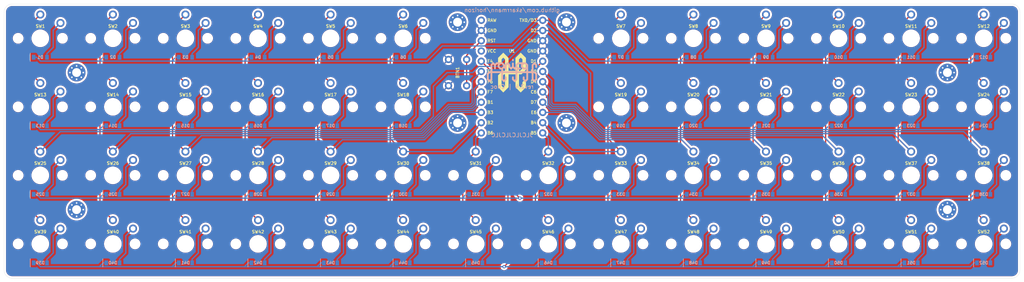
<source format=kicad_pcb>
(kicad_pcb (version 20221018) (generator pcbnew)
  (title_block (title "Horizon Choc") (date "2023-11-09") (rev "2.4") (company "skarrmann"))
  (layers (0 "F.Cu" signal) (31 "B.Cu" signal) (34 "B.Paste" user) (35 "F.Paste" user) (36 "B.SilkS" user "B.Silkscreen") (37 "F.SilkS" user "F.Silkscreen") (38 "B.Mask" user) (39 "F.Mask" user) (44 "Edge.Cuts" user))
  (net 0 "")
  (net 1 "Net-(D1-Pad2)")
  (net 2 "Net-(D2-Pad2)")
  (net 3 "Net-(D3-Pad2)")
  (net 4 "Net-(D4-Pad2)")
  (net 5 "Net-(D5-Pad2)")
  (net 6 "Net-(D6-Pad2)")
  (net 7 "Net-(D7-Pad2)")
  (net 8 "Net-(D8-Pad2)")
  (net 9 "Net-(D9-Pad2)")
  (net 10 "Net-(D10-Pad2)")
  (net 11 "Net-(D11-Pad2)")
  (net 12 "Net-(D12-Pad2)")
  (net 13 "Net-(D13-Pad2)")
  (net 14 "Net-(D14-Pad2)")
  (net 15 "Net-(D15-Pad2)")
  (net 16 "Net-(D16-Pad2)")
  (net 17 "Net-(D17-Pad2)")
  (net 18 "Net-(D18-Pad2)")
  (net 19 "Net-(D19-Pad2)")
  (net 20 "Net-(D20-Pad2)")
  (net 21 "Net-(D21-Pad2)")
  (net 22 "Net-(D22-Pad2)")
  (net 23 "Net-(D23-Pad2)")
  (net 24 "Net-(D24-Pad2)")
  (net 25 "Net-(D25-Pad2)")
  (net 26 "Net-(D26-Pad2)")
  (net 27 "Net-(D27-Pad2)")
  (net 28 "Net-(D28-Pad2)")
  (net 29 "Net-(D29-Pad2)")
  (net 30 "Net-(D30-Pad2)")
  (net 31 "Net-(D31-Pad2)")
  (net 32 "Net-(D32-Pad2)")
  (net 33 "Net-(D33-Pad2)")
  (net 34 "Net-(D34-Pad2)")
  (net 35 "Net-(D35-Pad2)")
  (net 36 "Net-(D36-Pad2)")
  (net 37 "Net-(D37-Pad2)")
  (net 38 "Net-(D38-Pad2)")
  (net 39 "Net-(D39-Pad2)")
  (net 40 "Net-(D40-Pad2)")
  (net 41 "Net-(D41-Pad2)")
  (net 42 "Net-(D42-Pad2)")
  (net 43 "GND")
  (net 44 "COL1")
  (net 45 "COL2")
  (net 46 "COL3")
  (net 47 "COL4")
  (net 48 "COL5")
  (net 49 "COL6")
  (net 50 "ROW1")
  (net 51 "ROW2")
  (net 52 "ROW3")
  (net 53 "ROW4")
  (net 54 "Net-(H1-Pad1)")
  (net 55 "Net-(H2-Pad1)")
  (net 56 "Net-(H3-Pad1)")
  (net 57 "Net-(H4-Pad1)")
  (net 58 "Net-(D43-Pad2)")
  (net 59 "Net-(D44-Pad2)")
  (net 60 "Net-(D45-Pad2)")
  (net 61 "Net-(D46-Pad2)")
  (net 62 "Net-(D47-Pad2)")
  (net 63 "Net-(D48-Pad2)")
  (net 64 "Net-(D49-Pad2)")
  (net 65 "Net-(D50-Pad2)")
  (net 66 "COL9")
  (net 67 "COL10")
  (net 68 "COL11")
  (net 69 "COL12")
  (net 70 "COL13")
  (net 71 "COL14")
  (net 72 "COL7")
  (net 73 "COL8")
  (net 74 "Net-(H5-Pad1)")
  (net 75 "Net-(H6-Pad1)")
  (net 76 "Net-(H7-Pad1)")
  (net 77 "Net-(H8-Pad1)")
  (net 78 "RESET")
  (net 79 "Net-(D51-Pad2)")
  (net 80 "Net-(D52-Pad2)")
  (footprint "horizon-footprints:SW_Choc" (layer "F.Cu") (at 31 79.5)
    (fp_text reference "SW1")
    (fp_text value "SW_Push")
  )
  (footprint "horizon-footprints:SW_Choc" (layer "F.Cu") (at 31 96.5)
    (fp_text reference "SW13")
    (fp_text value "SW_Push")
  )
  (footprint "horizon-footprints:SW_Choc" (layer "F.Cu") (at 31 113.5)
    (fp_text reference "SW25")
    (fp_text value "SW_Push")
  )
  (footprint "horizon-footprints:SW_Choc" (layer "F.Cu") (at 31 130.5)
    (fp_text reference "SW39")
    (fp_text value "SW_Push")
  )
  (footprint "horizon-footprints:SW_Push_6mm" (layer "F.Cu") (at 134.5 88 -90)
    (fp_text reference "BTN1")
    (fp_text value "RESET")
  )
  (footprint "horizon-footprints:Mount_M2" (layer "F.Cu") (at 256 122)
    (fp_text reference "H4" hide)
    (fp_text value "Hole_Pad" hide)
  )
  (footprint "horizon-footprints:Mount_M2" (layer "F.Cu") (at 256 88)
    (fp_text reference "H2" hide)
    (fp_text value "Hole_Pad" hide)
  )
  (footprint "horizon-footprints:Mount_M2" (layer "F.Cu") (at 40 88)
    (fp_text reference "H1" hide)
    (fp_text value "Hole_Pad" hide)
  )
  (footprint "horizon-footprints:Mount_M2" (layer "F.Cu") (at 40 122)
    (fp_text reference "H3" hide)
    (fp_text value "Hole_Pad" hide)
  )
  (footprint "horizon-footprints:Pro-Micro" (layer "F.Cu") (at 148 71)
    (fp_text reference "U1")
    (fp_text value "PRO-MICRO" hide)
  )
  (footprint "horizon-footprints:SW_Choc" (layer "F.Cu") (at 49 79.5)
    (fp_text reference "SW2")
    (fp_text value "SW_Push")
  )
  (footprint "horizon-footprints:SW_Choc" (layer "F.Cu") (at 67 79.5)
    (fp_text reference "SW3")
    (fp_text value "SW_Push")
  )
  (footprint "horizon-footprints:SW_Choc" (layer "F.Cu") (at 85 79.5)
    (fp_text reference "SW4")
    (fp_text value "SW_Push")
  )
  (footprint "horizon-footprints:SW_Choc" (layer "F.Cu") (at 103 79.5)
    (fp_text reference "SW5")
    (fp_text value "SW_Push")
  )
  (footprint "horizon-footprints:SW_Choc" (layer "F.Cu") (at 121 79.5)
    (fp_text reference "SW6")
    (fp_text value "SW_Push")
  )
  (footprint "horizon-footprints:SW_Choc" (layer "F.Cu") (at 175 79.5)
    (fp_text reference "SW7")
    (fp_text value "SW_Push")
  )
  (footprint "horizon-footprints:SW_Choc" (layer "F.Cu") (at 193 79.5)
    (fp_text reference "SW8")
    (fp_text value "SW_Push")
  )
  (footprint "horizon-footprints:SW_Choc" (layer "F.Cu") (at 211 79.5)
    (fp_text reference "SW9")
    (fp_text value "SW_Push")
  )
  (footprint "horizon-footprints:SW_Choc" (layer "F.Cu") (at 229 79.5)
    (fp_text reference "SW10")
    (fp_text value "SW_Push")
  )
  (footprint "horizon-footprints:SW_Choc" (layer "F.Cu") (at 247 79.5)
    (fp_text reference "SW11")
    (fp_text value "SW_Push")
  )
  (footprint "horizon-footprints:SW_Choc" (layer "F.Cu") (at 265 79.5)
    (fp_text reference "SW12")
    (fp_text value "SW_Push")
  )
  (footprint "horizon-footprints:SW_Choc" (layer "F.Cu") (at 49 96.5)
    (fp_text reference "SW14")
    (fp_text value "SW_Push")
  )
  (footprint "horizon-footprints:SW_Choc" (layer "F.Cu") (at 67 96.5)
    (fp_text reference "SW15")
    (fp_text value "SW_Push")
  )
  (footprint "horizon-footprints:SW_Choc" (layer "F.Cu") (at 85 96.5)
    (fp_text reference "SW16")
    (fp_text value "SW_Push")
  )
  (footprint "horizon-footprints:SW_Choc" (layer "F.Cu") (at 103 96.5)
    (fp_text reference "SW17")
    (fp_text value "SW_Push")
  )
  (footprint "horizon-footprints:SW_Choc" (layer "F.Cu") (at 121 96.5)
    (fp_text reference "SW18")
    (fp_text value "SW_Push")
  )
  (footprint "horizon-footprints:SW_Choc" (layer "F.Cu") (at 175 96.5)
    (fp_text reference "SW19")
    (fp_text value "SW_Push")
  )
  (footprint "horizon-footprints:SW_Choc" (layer "F.Cu") (at 193 96.5)
    (fp_text reference "SW20")
    (fp_text value "SW_Push")
  )
  (footprint "horizon-footprints:SW_Choc" (layer "F.Cu") (at 211 96.5)
    (fp_text reference "SW21")
    (fp_text value "SW_Push")
  )
  (footprint "horizon-footprints:SW_Choc" (layer "F.Cu") (at 229 96.5)
    (fp_text reference "SW22")
    (fp_text value "SW_Push")
  )
  (footprint "horizon-footprints:SW_Choc" (layer "F.Cu") (at 247 96.5)
    (fp_text reference "SW23")
    (fp_text value "SW_Push")
  )
  (footprint "horizon-footprints:SW_Choc" (layer "F.Cu") (at 265 96.5)
    (fp_text reference "SW24")
    (fp_text value "SW_Push")
  )
  (footprint "horizon-footprints:SW_Choc" (layer "F.Cu") (at 49 113.5)
    (fp_text reference "SW26")
    (fp_text value "SW_Push")
  )
  (footprint "horizon-footprints:SW_Choc" (layer "F.Cu") (at 67 113.5)
    (fp_text reference "SW27")
    (fp_text value "SW_Push")
  )
  (footprint "horizon-footprints:SW_Choc" (layer "F.Cu") (at 85 113.5)
    (fp_text reference "SW28")
    (fp_text value "SW_Push")
  )
  (footprint "horizon-footprints:SW_Choc" (layer "F.Cu") (at 103 113.5)
    (fp_text reference "SW29")
    (fp_text value "SW_Push")
  )
  (footprint "horizon-footprints:SW_Choc" (layer "F.Cu") (at 121 113.5)
    (fp_text reference "SW30")
    (fp_text value "SW_Push")
  )
  (footprint "horizon-footprints:SW_Choc" (layer "F.Cu") (at 175 113.5)
    (fp_text reference "SW33")
    (fp_text value "SW_Push")
  )
  (footprint "horizon-footprints:SW_Choc" (layer "F.Cu") (at 193 113.5)
    (fp_text reference "SW34")
    (fp_text value "SW_Push")
  )
  (footprint "horizon-footprints:SW_Choc" (layer "F.Cu") (at 211 113.5)
    (fp_text reference "SW35")
    (fp_text value "SW_Push")
  )
  (footprint "horizon-footprints:SW_Choc" (layer "F.Cu") (at 229 113.5)
    (fp_text reference "SW36")
    (fp_text value "SW_Push")
  )
  (footprint "horizon-footprints:SW_Choc" (layer "F.Cu") (at 247 113.5)
    (fp_text reference "SW37")
    (fp_text value "SW_Push")
  )
  (footprint "horizon-footprints:SW_Choc" (layer "F.Cu") (at 265 113.5)
    (fp_text reference "SW38")
    (fp_text value "SW_Push")
  )
  (footprint "horizon-footprints:SW_Choc" (layer "F.Cu") (at 49 130.5)
    (fp_text reference "SW40")
    (fp_text value "SW_Push")
  )
  (footprint "horizon-footprints:SW_Choc" (layer "F.Cu") (at 67 130.5)
    (fp_text reference "SW41")
    (fp_text value "SW_Push")
  )
  (footprint "horizon-footprints:SW_Choc" (layer "F.Cu") (at 85 130.5)
    (fp_text reference "SW42")
    (fp_text value "SW_Push")
  )
  (footprint "horizon-footprints:SW_Choc" (layer "F.Cu") (at 103 130.5)
    (fp_text reference "SW43")
    (fp_text value "SW_Push")
  )
  (footprint "horizon-footprints:SW_Choc" (layer "F.Cu") (at 121 130.5)
    (fp_text reference "SW44")
    (fp_text value "SW_Push")
  )
  (footprint "horizon-footprints:SW_Choc" (layer "F.Cu") (at 139 130.5)
    (fp_text reference "SW45")
    (fp_text value "SW_Push")
  )
  (footprint "horizon-footprints:SW_Choc" (layer "F.Cu") (at 157 130.5)
    (fp_text reference "SW46")
    (fp_text value "SW_Push")
  )
  (footprint "horizon-footprints:SW_Choc" (layer "F.Cu") (at 175 130.5)
    (fp_text reference "SW47")
    (fp_text value "SW_Push")
  )
  (footprint "horizon-footprints:SW_Choc" (layer "F.Cu") (at 193 130.5)
    (fp_text reference "SW48")
    (fp_text value "SW_Push")
  )
  (footprint "horizon-footprints:SW_Choc" (layer "F.Cu") (at 211 130.5)
    (fp_text reference "SW49")
    (fp_text value "SW_Push")
  )
  (footprint "horizon-footprints:SW_Choc" (layer "F.Cu") (at 229 130.5)
    (fp_text reference "SW50")
    (fp_text value "SW_Push")
  )
  (footprint "horizon-footprints:SW_Choc" (layer "F.Cu") (at 247 130.5)
    (fp_text reference "SW51")
    (fp_text value "SW_Push")
  )
  (footprint "horizon-footprints:SW_Choc" (layer "F.Cu") (at 265 130.5)
    (fp_text reference "SW52")
    (fp_text value "SW_Push")
  )
  (footprint "horizon-footprints:SW_Choc" (layer "F.Cu") (at 139 113.5)
    (fp_text reference "SW31")
    (fp_text value "SW_Push")
  )
  (footprint "horizon-footprints:SW_Choc" (layer "F.Cu") (at 157 113.5)
    (fp_text reference "SW32")
    (fp_text value "SW_Push")
  )
  (footprint "horizon-footprints:Mount_M2" (layer "F.Cu") (at 134.5 75.5)
    (fp_text reference "H5" hide)
    (fp_text value "Hole_Pad" hide)
  )
  (footprint "horizon-footprints:Mount_M2" (layer "F.Cu") (at 161.5 75.5)
    (fp_text reference "H6" hide)
    (fp_text value "Hole_Pad" hide)
  )
  (footprint "horizon-footprints:Mount_M2" (layer "F.Cu") (at 134.5 100.5)
    (fp_text reference "H7" hide)
    (fp_text value "Hole_Pad" hide)
  )
  (footprint "horizon-footprints:Mount_M2" (layer "F.Cu") (at 161.5 100.5)
    (fp_text reference "H8" hide)
    (fp_text value "Hole_Pad" hide)
  )
  (footprint "horizon-footprints:Logo_Horizon_H" (layer "F.Cu") (at 148 88)
    (fp_text reference "LOGO2" hide)
    (fp_text value "Logo-Top" hide)
  )
  (footprint "horizon-footprints:Logo_Horizon_Small" (layer "B.Cu") (at 148 87.5 180)
    (fp_text reference "LOGO1" hide)
    (fp_text value "Logo-Bottom" hide)
  )
  (footprint "horizon-footprints:D_SOD-123" (layer "B.Cu") (at 31 118.2)
    (fp_text reference "D25")
    (fp_text value "D" hide)
  )
  (footprint "horizon-footprints:D_SOD-123" (layer "B.Cu") (at 31 135.2)
    (fp_text reference "D39")
    (fp_text value "D" hide)
  )
  (footprint "horizon-footprints:D_SOD-123" (layer "B.Cu") (at 31 101.2)
    (fp_text reference "D13")
    (fp_text value "D" hide)
  )
  (footprint "horizon-footprints:D_SOD-123" (layer "B.Cu") (at 31 84.2)
    (fp_text reference "D1")
    (fp_text value "D" hide)
  )
  (footprint "horizon-footprints:D_SOD-123" (layer "B.Cu") (at 49 84.2)
    (fp_text reference "D2")
    (fp_text value "D" hide)
  )
  (footprint "horizon-footprints:D_SOD-123" (layer "B.Cu") (at 67 84.2)
    (fp_text reference "D3")
    (fp_text value "D" hide)
  )
  (footprint "horizon-footprints:D_SOD-123" (layer "B.Cu") (at 85 84.2)
    (fp_text reference "D4")
    (fp_text value "D" hide)
  )
  (footprint "horizon-footprints:D_SOD-123" (layer "B.Cu") (at 103 84.2)
    (fp_text reference "D5")
    (fp_text value "D" hide)
  )
  (footprint "horizon-footprints:D_SOD-123" (layer "B.Cu") (at 121 84.2)
    (fp_text reference "D6")
    (fp_text value "D" hide)
  )
  (footprint "horizon-footprints:D_SOD-123" (layer "B.Cu") (at 175 84.2)
    (fp_text reference "D7")
    (fp_text value "D" hide)
  )
  (footprint "horizon-footprints:D_SOD-123" (layer "B.Cu") (at 193 84.2)
    (fp_text reference "D8")
    (fp_text value "D" hide)
  )
  (footprint "horizon-footprints:D_SOD-123" (layer "B.Cu") (at 211 84.2)
    (fp_text reference "D9")
    (fp_text value "D" hide)
  )
  (footprint "horizon-footprints:D_SOD-123" (layer "B.Cu") (at 229 84.2)
    (fp_text reference "D10")
    (fp_text value "D" hide)
  )
  (footprint "horizon-footprints:D_SOD-123" (layer "B.Cu") (at 247 84.2)
    (fp_text reference "D11")
    (fp_text value "D" hide)
  )
  (footprint "horizon-footprints:D_SOD-123" (layer "B.Cu") (at 265 84.2)
    (fp_text reference "D12")
    (fp_text value "D" hide)
  )
  (footprint "horizon-footprints:D_SOD-123" (layer "B.Cu") (at 49 101.2)
    (fp_text reference "D14")
    (fp_text value "D" hide)
  )
  (footprint "horizon-footprints:D_SOD-123" (layer "B.Cu") (at 67 101.2)
    (fp_text reference "D15")
    (fp_text value "D" hide)
  )
  (footprint "horizon-footprints:D_SOD-123" (layer "B.Cu") (at 85 101.2)
    (fp_text reference "D16")
    (fp_text value "D" hide)
  )
  (footprint "horizon-footprints:D_SOD-123" (layer "B.Cu") (at 103 101.2)
    (fp_text reference "D17")
    (fp_text value "D" hide)
  )
  (footprint "horizon-footprints:D_SOD-123" (layer "B.Cu") (at 121 101.2)
    (fp_text reference "D18")
    (fp_text value "D" hide)
  )
  (footprint "horizon-footprints:D_SOD-123" (layer "B.Cu") (at 175 101.2)
    (fp_text reference "D19")
    (fp_text value "D" hide)
  )
  (footprint "horizon-footprints:D_SOD-123" (layer "B.Cu") (at 193 101.2)
    (fp_text reference "D20")
    (fp_text value "D" hide)
  )
  (footprint "horizon-footprints:D_SOD-123" (layer "B.Cu") (at 211 101.2)
    (fp_text reference "D21")
    (fp_text value "D" hide)
  )
  (footprint "horizon-footprints:D_SOD-123" (layer "B.Cu") (at 229 101.2)
    (fp_text reference "D22")
    (fp_text value "D" hide)
  )
  (footprint "horizon-footprints:D_SOD-123" (layer "B.Cu") (at 247 101.2)
    (fp_text reference "D23")
    (fp_text value "D" hide)
  )
  (footprint "horizon-footprints:D_SOD-123" (layer "B.Cu") (at 265 101.2)
    (fp_text reference "D24")
    (fp_text value "D" hide)
  )
  (footprint "horizon-footprints:D_SOD-123" (layer "B.Cu") (at 49 118.2)
    (fp_text reference "D26")
    (fp_text value "D" hide)
  )
  (footprint "horizon-footprints:D_SOD-123" (layer "B.Cu") (at 67 118.2)
    (fp_text reference "D27")
    (fp_text value "D" hide)
  )
  (footprint "horizon-footprints:D_SOD-123" (layer "B.Cu") (at 85 118.2)
    (fp_text reference "D28")
    (fp_text value "D" hide)
  )
  (footprint "horizon-footprints:D_SOD-123" (layer "B.Cu") (at 103 118.2)
    (fp_text reference "D29")
    (fp_text value "D" hide)
  )
  (footprint "horizon-footprints:D_SOD-123" (layer "B.Cu") (at 121 118.2)
    (fp_text reference "D30")
    (fp_text value "D" hide)
  )
  (footprint "horizon-footprints:D_SOD-123" (layer "B.Cu") (at 175 118.2)
    (fp_text reference "D33")
    (fp_text value "D" hide)
  )
  (footprint "horizon-footprints:D_SOD-123" (layer "B.Cu") (at 193 118.2)
    (fp_text reference "D34")
    (fp_text value "D" hide)
  )
  (footprint "horizon-footprints:D_SOD-123" (layer "B.Cu") (at 211 118.2)
    (fp_text reference "D35")
    (fp_text value "D" hide)
  )
  (footprint "horizon-footprints:D_SOD-123" (layer "B.Cu") (at 229 118.2)
    (fp_text reference "D36")
    (fp_text value "D" hide)
  )
  (footprint "horizon-footprints:D_SOD-123" (layer "B.Cu") (at 247 118.2)
    (fp_text reference "D37")
    (fp_text value "D" hide)
  )
  (footprint "horizon-footprints:D_SOD-123" (layer "B.Cu") (at 265 118.2)
    (fp_text reference "D38")
    (fp_text value "D" hide)
  )
  (footprint "horizon-footprints:D_SOD-123" (layer "B.Cu") (at 49 135.2)
    (fp_text reference "D40")
    (fp_text value "D" hide)
  )
  (footprint "horizon-footprints:D_SOD-123" (layer "B.Cu") (at 67 135.2)
    (fp_text reference "D41")
    (fp_text value "D" hide)
  )
  (footprint "horizon-footprints:D_SOD-123" (layer "B.Cu") (at 85 135.2)
    (fp_text reference "D42")
    (fp_text value "D" hide)
  )
  (footprint "horizon-footprints:D_SOD-123" (layer "B.Cu") (at 103 135.2)
    (fp_text reference "D43")
    (fp_text value "D" hide)
  )
  (footprint "horizon-footprints:D_SOD-123" (layer "B.Cu") (at 121 135.2)
    (fp_text reference "D44")
    (fp_text value "D" hide)
  )
  (footprint "horizon-footprints:D_SOD-123" (layer "B.Cu") (at 139 135.2)
    (fp_text reference "D45")
    (fp_text value "D" hide)
  )
  (footprint "horizon-footprints:D_SOD-123" (layer "B.Cu") (at 157 135.2)
    (fp_text reference "D46")
    (fp_text value "D" hide)
  )
  (footprint "horizon-footprints:D_SOD-123" (layer "B.Cu") (at 175 135.2)
    (fp_text reference "D47")
    (fp_text value "D" hide)
  )
  (footprint "horizon-footprints:D_SOD-123" (layer "B.Cu") (at 193 135.2)
    (fp_text reference "D48")
    (fp_text value "D" hide)
  )
  (footprint "horizon-footprints:D_SOD-123" (layer "B.Cu") (at 211 135.2)
    (fp_text reference "D49")
    (fp_text value "D" hide)
  )
  (footprint "horizon-footprints:D_SOD-123" (layer "B.Cu") (at 229 135.2)
    (fp_text reference "D50")
    (fp_text value "D" hide)
  )
  (footprint "horizon-footprints:D_SOD-123" (layer "B.Cu") (at 247 135.2)
    (fp_text reference "D51")
    (fp_text value "D" hide)
  )
  (footprint "horizon-footprints:D_SOD-123" (layer "B.Cu") (at 265 135.2)
    (fp_text reference "D52")
    (fp_text value "D" hide)
  )
  (footprint "horizon-footprints:D_SOD-123" (layer "B.Cu") (at 139 118.2)
    (fp_text reference "D31")
    (fp_text value "D" hide)
  )
  (footprint "horizon-footprints:D_SOD-123" (layer "B.Cu") (at 157 118.2)
    (fp_text reference "D32")
    (fp_text value "D" hide)
  )
  (gr_line (start 22 137) (end 22 73) (stroke (width 0.05)) (layer "Edge.Cuts"))
  (gr_line (start 24 139) (end 272 139) (stroke (width 0.05)) (layer "Edge.Cuts"))
  (gr_arc (start 274 137) (mid 273.414214 138.414214) (end 272 139) (stroke (width 0.05)) (layer "Edge.Cuts"))
  (gr_arc (start 22 73) (mid 22.585786 71.585786) (end 24 71) (stroke (width 0.05)) (layer "Edge.Cuts"))
  (gr_line (start 24 71) (end 272 71) (stroke (width 0.05)) (layer "Edge.Cuts"))
  (gr_line (start 274 73) (end 274 137) (stroke (width 0.05)) (layer "Edge.Cuts"))
  (gr_arc (start 24 139) (mid 22.585786 138.414214) (end 22 137) (stroke (width 0.05)) (layer "Edge.Cuts"))
  (gr_arc (start 272 71) (mid 273.414214 71.585786) (end 274 73) (stroke (width 0.05)) (layer "Edge.Cuts"))
  (gr_text "JLCJLCJLCJLC" (at 148 103.5) (layer "B.SilkS") (effects (font (size 1 1)) (justify mirror)))
  (gr_text "rev2.4 | Choc" (at 148 91.5) (layer "B.SilkS") (effects (font (size 1 1)) (justify mirror)))
  (gr_text "github.com/skarrmann/horizon" (at 148 72.5) (layer "B.SilkS") (effects (font (size 1 1)) (justify mirror)))
  (segment (start 36 75.7) (end 34.2 77.5) (width 0.3) (layer "B.Cu") (net 1))
  (segment (start 34.2 77.5) (end 34.2 81.75) (width 0.3) (layer "B.Cu") (net 1))
  (segment (start 34.2 81.75) (end 32.65 83.3) (width 0.3) (layer "B.Cu") (net 1))
  (segment (start 32.65 83.3) (end 32.65 84.2) (width 0.3) (layer "B.Cu") (net 1))
  (segment (start 54 75.7) (end 52.2 77.5) (width 0.3) (layer "B.Cu") (net 2))
  (segment (start 52.2 77.5) (end 52.2 81.75) (width 0.3) (layer "B.Cu") (net 2))
  (segment (start 52.2 81.75) (end 50.65 83.3) (width 0.3) (layer "B.Cu") (net 2))
  (segment (start 50.65 83.3) (end 50.65 84.2) (width 0.3) (layer "B.Cu") (net 2))
  (segment (start 72 75.7) (end 70.2 77.5) (width 0.3) (layer "B.Cu") (net 3))
  (segment (start 70.2 81.75) (end 68.65 83.3) (width 0.3) (layer "B.Cu") (net 3))
  (segment (start 70.2 77.5) (end 70.2 81.75) (width 0.3) (layer "B.Cu") (net 3))
  (segment (start 68.65 83.3) (end 68.65 84.2) (width 0.3) (layer "B.Cu") (net 3))
  (segment (start 88.2 81.75) (end 86.65 83.3) (width 0.3) (layer "B.Cu") (net 4))
  (segment (start 86.65 83.3) (end 86.65 84.2) (width 0.3) (layer "B.Cu") (net 4))
  (segment (start 88.2 77.5) (end 88.2 81.75) (width 0.3) (layer "B.Cu") (net 4))
  (segment (start 90 75.7) (end 88.2 77.5) (width 0.3) (layer "B.Cu") (net 4))
  (segment (start 106.2 77.5) (end 106.2 81.75) (width 0.3) (layer "B.Cu") (net 5))
  (segment (start 108 75.7) (end 106.2 77.5) (width 0.3) (layer "B.Cu") (net 5))
  (segment (start 106.2 81.75) (end 104.65 83.3) (width 0.3) (layer "B.Cu") (net 5))
  (segment (start 104.65 83.3) (end 104.65 84.2) (width 0.3) (layer "B.Cu") (net 5))
  (segment (start 126 75.7) (end 124.2 77.5) (width 0.3) (layer "B.Cu") (net 6))
  (segment (start 124.2 81.75) (end 122.65 83.3) (width 0.3) (layer "B.Cu") (net 6))
  (segment (start 124.2 77.5) (end 124.2 81.75) (width 0.3) (layer "B.Cu") (net 6))
  (segment (start 122.65 83.3) (end 122.65 84.2) (width 0.3) (layer "B.Cu") (net 6))
  (segment (start 180 75.7) (end 178.2 77.5) (width 0.3) (layer "B.Cu") (net 7))
  (segment (start 178.2 81.75) (end 176.65 83.3) (width 0.3) (layer "B.Cu") (net 7))
  (segment (start 176.65 83.3) (end 176.65 84.2) (width 0.3) (layer "B.Cu") (net 7))
  (segment (start 178.2 77.5) (end 178.2 81.75) (width 0.3) (layer "B.Cu") (net 7))
  (segment (start 194.65 83.3) (end 194.65 84.2) (width 0.3) (layer "B.Cu") (net 8))
  (segment (start 198 75.7) (end 196.2 77.5) (width 0.3) (layer "B.Cu") (net 8))
  (segment (start 196.2 77.5) (end 196.2 81.75) (width 0.3) (layer "B.Cu") (net 8))
  (segment (start 196.2 81.75) (end 194.65 83.3) (width 0.3) (layer "B.Cu") (net 8))
  (segment (start 214.2 77.5) (end 214.2 81.75) (width 0.3) (layer "B.Cu") (net 9))
  (segment (start 212.65 83.3) (end 212.65 84.2) (width 0.3) (layer "B.Cu") (net 9))
  (segment (start 216 75.7) (end 214.2 77.5) (width 0.3) (layer "B.Cu") (net 9))
  (segment (start 214.2 81.75) (end 212.65 83.3) (width 0.3) (layer "B.Cu") (net 9))
  (segment (start 234 75.7) (end 232.2 77.5) (width 0.3) (layer "B.Cu") (net 10))
  (segment (start 232.2 81.75) (end 230.65 83.3) (width 0.3) (layer "B.Cu") (net 10))
  (segment (start 232.2 77.5) (end 232.2 81.75) (width 0.3) (layer "B.Cu") (net 10))
  (segment (start 230.65 83.3) (end 230.65 84.2) (width 0.3) (layer "B.Cu") (net 10))
  (segment (start 250.2 77.5) (end 250.2 81.75) (width 0.3) (layer "B.Cu") (net 11))
  (segment (start 252 75.7) (end 250.2 77.5) (width 0.3) (layer "B.Cu") (net 11))
  (segment (start 250.2 81.75) (end 248.65 83.3) (width 0.3) (layer "B.Cu") (net 11))
  (segment (start 248.65 83.3) (end 248.65 84.2) (width 0.3) (layer "B.Cu") (net 11))
  (segment (start 266.65 83.3) (end 266.65 84.2) (width 0.3) (layer "B.Cu") (net 12))
  (segment (start 268.2 77.5) (end 268.2 81.75) (width 0.3) (layer "B.Cu") (net 12))
  (segment (start 270 75.7) (end 268.2 77.5) (width 0.3) (layer "B.Cu") (net 12))
  (segment (start 268.2 81.75) (end 266.65 83.3) (width 0.3) (layer "B.Cu") (net 12))
  (segment (start 34.2 94.5) (end 34.2 98.75) (width 0.3) (layer "B.Cu") (net 13))
  (segment (start 34.2 98.75) (end 32.65 100.3) (width 0.3) (layer "B.Cu") (net 13))
  (segment (start 36 92.7) (end 34.2 94.5) (width 0.3) (layer "B.Cu") (net 13))
  (segment (start 32.65 100.3) (end 32.65 101.2) (width 0.3) (layer "B.Cu") (net 13))
  (segment (start 50.65 100.3) (end 50.65 101.2) (width 0.3) (layer "B.Cu") (net 14))
  (segment (start 54 92.7) (end 52.2 94.5) (width 0.3) (layer "B.Cu") (net 14))
  (segment (start 52.2 98.75) (end 50.65 100.3) (width 0.3) (layer "B.Cu") (net 14))
  (segment (start 52.2 94.5) (end 52.2 98.75) (width 0.3) (layer "B.Cu") (net 14))
  (segment (start 70.2 98.75) (end 68.65 100.3) (width 0.3) (layer "B.Cu") (net 15))
  (segment (start 70.2 94.5) (end 70.2 98.75) (width 0.3) (layer "B.Cu") (net 15))
  (segment (start 68.65 100.3) (end 68.65 101.2) (width 0.3) (layer "B.Cu") (net 15))
  (segment (start 72 92.7) (end 70.2 94.5) (width 0.3) (layer "B.Cu") (net 15))
  (segment (start 88.2 94.5) (end 88.2 98.75) (width 0.3) (layer "B.Cu") (net 16))
  (segment (start 86.65 100.3) (end 86.65 101.2) (width 0.3) (layer "B.Cu") (net 16))
  (segment (start 90 92.7) (end 88.2 94.5) (width 0.3) (layer "B.Cu") (net 16))
  (segment (start 88.2 98.75) (end 86.65 100.3) (width 0.3) (layer "B.Cu") (net 16))
  (segment (start 106.2 98.75) (end 104.65 100.3) (width 0.3) (layer "B.Cu") (net 17))
  (segment (start 106.2 94.5) (end 106.2 98.75) (width 0.3) (layer "B.Cu") (net 17))
  (segment (start 104.65 100.3) (end 104.65 101.2) (width 0.3) (layer "B.Cu") (net 17))
  (segment (start 108 92.7) (end 106.2 94.5) (width 0.3) (layer "B.Cu") (net 17))
  (segment (start 126 92.7) (end 124.2 94.5) (width 0.3) (layer "B.Cu") (net 18))
  (segment (start 122.65 100.3) (end 122.65 101.2) (width 0.3) (layer "B.Cu") (net 18))
  (segment (start 124.2 98.75) (end 122.65 100.3) (width 0.3) (layer "B.Cu") (net 18))
  (segment (start 124.2 94.5) (end 124.2 98.75) (width 0.3) (layer "B.Cu") (net 18))
  (segment (start 178.2 98.75) (end 176.65 100.3) (width 0.3) (layer "B.Cu") (net 19))
  (segment (start 178.2 94.5) (end 178.2 98.75) (width 0.3) (layer "B.Cu") (net 19))
  (segment (start 176.65 100.3) (end 176.65 101.2) (width 0.3) (layer "B.Cu") (net 19))
  (segment (start 180 92.7) (end 178.2 94.5) (width 0.3) (layer "B.Cu") (net 19))
  (segment (start 198 92.7) (end 196.2 94.5) (width 0.3) (layer "B.Cu") (net 20))
  (segment (start 194.65 100.3) (end 194.65 101.2) (width 0.3) (layer "B.Cu") (net 20))
  (segment (start 196.2 94.5) (end 196.2 98.75) (width 0.3) (layer "B.Cu") (net 20))
  (segment (start 196.2 98.75) (end 194.65 100.3) (width 0.3) (layer "B.Cu") (net 20))
  (segment (start 214.2 98.75) (end 212.65 100.3) (width 0.3) (layer "B.Cu") (net 21))
  (segment (start 214.2 94.5) (end 214.2 98.75) (width 0.3) (layer "B.Cu") (net 21))
  (segment (start 212.65 100.3) (end 212.65 101.2) (width 0.3) (layer "B.Cu") (net 21))
  (segment (start 216 92.7) (end 214.2 94.5) (width 0.3) (layer "B.Cu") (net 21))
  (segment (start 232.2 94.5) (end 232.2 98.75) (width 0.3) (layer "B.Cu") (net 22))
  (segment (start 234 92.7) (end 232.2 94.5) (width 0.3) (layer "B.Cu") (net 22))
  (segment (start 230.65 100.3) (end 230.65 101.2) (width 0.3) (layer "B.Cu") (net 22))
  (segment (start 232.2 98.75) (end 230.65 100.3) (width 0.3) (layer "B.Cu") (net 22))
  (segment (start 248.65 100.3) (end 248.65 101.2) (width 0.3) (layer "B.Cu") (net 23))
  (segment (start 250.2 98.75) (end 248.65 100.3) (width 0.3) (layer "B.Cu") (net 23))
  (segment (start 252 92.7) (end 250.2 94.5) (width 0.3) (layer "B.Cu") (net 23))
  (segment (start 250.2 94.5) (end 250.2 98.75) (width 0.3) (layer "B.Cu") (net 23))
  (segment (start 266.65 100.3) (end 266.65 101.2) (width 0.3) (layer "B.Cu") (net 24))
  (segment (start 268.2 94.5) (end 268.2 98.75) (width 0.3) (layer "B.Cu") (net 24))
  (segment (start 270 92.7) (end 268.2 94.5) (width 0.3) (layer "B.Cu") (net 24))
  (segment (start 268.2 98.75) (end 266.65 100.3) (width 0.3) (layer "B.Cu") (net 24))
  (segment (start 36 109.7) (end 34.2 111.5) (width 0.3) (layer "B.Cu") (net 25))
  (segment (start 32.65 117.3) (end 32.65 118.2) (width 0.3) (layer "B.Cu") (net 25))
  (segment (start 34.2 115.75) (end 32.65 117.3) (width 0.3) (layer "B.Cu") (net 25))
  (segment (start 34.2 111.5) (end 34.2 115.75) (width 0.3) (layer "B.Cu") (net 25))
  (segment (start 52.2 115.75) (end 50.65 117.3) (width 0.3) (layer "B.Cu") (net 26))
  (segment (start 54 109.7) (end 52.2 111.5) (width 0.3) (layer "B.Cu") (net 26))
  (segment (start 52.2 111.5) (end 52.2 115.75) (width 0.3) (layer "B.Cu") (net 26))
  (segment (start 50.65 117.3) (end 50.65 118.2) (width 0.3) (layer "B.Cu") (net 26))
  (segment (start 70.2 115.75) (end 68.65 117.3) (width 0.3) (layer "B.Cu") (net 27))
  (segment (start 72 109.7) (end 70.2 111.5) (width 0.3) (layer "B.Cu") (net 27))
  (segment (start 68.65 117.3) (end 68.65 118.2) (width 0.3) (layer "B.Cu") (net 27))
  (segment (start 70.2 111.5) (end 70.2 115.75) (width 0.3) (layer "B.Cu") (net 27))
  (segment (start 86.65 117.3) (end 86.65 118.2) (width 0.3) (layer "B.Cu") (net 28))
  (segment (start 88.2 111.5) (end 88.2 115.75) (width 0.3) (layer "B.Cu") (net 28))
  (segment (start 88.2 115.75) (end 86.65 117.3) (width 0.3) (layer "B.Cu") (net 28))
  (segment (start 90 109.7) (end 88.2 111.5) (width 0.3) (layer "B.Cu") (net 28))
  (segment (start 108 109.7) (end 106.2 111.5) (width 0.3) (layer "B.Cu") (net 29))
  (segment (start 104.65 117.3) (end 104.65 118.2) (width 0.3) (layer "B.Cu") (net 29))
  (segment (start 106.2 115.75) (end 104.65 117.3) (width 0.3) (layer "B.Cu") (net 29))
  (segment (start 106.2 111.5) (end 106.2 115.75) (width 0.3) (layer "B.Cu") (net 29))
  (segment (start 122.65 117.3) (end 122.65 118.2) (width 0.3) (layer "B.Cu") (net 30))
  (segment (start 126 109.7) (end 124.2 111.5) (width 0.3) (layer "B.Cu") (net 30))
  (segment (start 124.2 111.5) (end 124.2 115.75) (width 0.3) (layer "B.Cu") (net 30))
  (segment (start 124.2 115.75) (end 122.65 117.3) (width 0.3) (layer "B.Cu") (net 30))
  (segment (start 142.2 115.75) (end 140.65 117.3) (width 0.3) (layer "B.Cu") (net 31))
  (segment (start 144 109.7) (end 142.2 111.5) (width 0.3) (layer "B.Cu") (net 31))
  (segment (start 140.65 117.3) (end 140.65 118.2) (width 0.3) (layer "B.Cu") (net 31))
  (segment (start 142.2 111.5) (end 142.2 115.75) (width 0.3) (layer "B.Cu") (net 31))
  (segment (start 160.2 111.5) (end 160.2 115.75) (width 0.3) (layer "B.Cu") (net 32))
  (segment (start 160.2 115.75) (end 158.65 117.3) (width 0.3) (layer "B.Cu") (net 32))
  (segment (start 158.65 117.3) (end 158.65 118.2) (width 0.3) (layer "B.Cu") (net 32))
  (segment (start 162 109.7) (end 160.2 111.5) (width 0.3) (layer "B.Cu") (net 32))
  (segment (start 178.2 115.75) (end 176.65 117.3) (width 0.3) (layer "B.Cu") (net 33))
  (segment (start 180 109.7) (end 178.2 111.5) (width 0.3) (layer "B.Cu") (net 33))
  (segment (start 176.65 117.3) (end 176.65 118.2) (width 0.3) (layer "B.Cu") (net 33))
  (segment (start 178.2 111.5) (end 178.2 115.75) (width 0.3) (layer "B.Cu") (net 33))
  (segment (start 196.2 115.75) (end 194.65 117.3) (width 0.3) (layer "B.Cu") (net 34))
  (segment (start 198 109.7) (end 196.2 111.5) (width 0.3) (layer "B.Cu") (net 34))
  (segment (start 194.65 117.3) (end 194.65 118.2) (width 0.3) (layer "B.Cu") (net 34))
  (segment (start 196.2 111.5) (end 196.2 115.75) (width 0.3) (layer "B.Cu") (net 34))
  (segment (start 212.65 117.3) (end 212.65 118.2) (width 0.3) (layer "B.Cu") (net 35))
  (segment (start 214.2 111.5) (end 214.2 115.75) (width 0.3) (layer "B.Cu") (net 35))
  (segment (start 216 109.7) (end 214.2 111.5) (width 0.3) (layer "B.Cu") (net 35))
  (segment (start 214.2 115.75) (end 212.65 117.3) (width 0.3) (layer "B.Cu") (net 35))
  (segment (start 230.65 117.3) (end 230.65 118.2) (width 0.3) (layer "B.Cu") (net 36))
  (segment (start 232.2 111.5) (end 232.2 115.75) (width 0.3) (layer "B.Cu") (net 36))
  (segment (start 234 109.7) (end 232.2 111.5) (width 0.3) (layer "B.Cu") (net 36))
  (segment (start 232.2 115.75) (end 230.65 117.3) (width 0.3) (layer "B.Cu") (net 36))
  (segment (start 248.65 117.3) (end 248.65 118.2) (width 0.3) (layer "B.Cu") (net 37))
  (segment (start 250.2 115.75) (end 248.65 117.3) (width 0.3) (layer "B.Cu") (net 37))
  (segment (start 252 109.7) (end 250.2 111.5) (width 0.3) (layer "B.Cu") (net 37))
  (segment (start 250.2 111.5) (end 250.2 115.75) (width 0.3) (layer "B.Cu") (net 37))
  (segment (start 268.2 115.75) (end 266.65 117.3) (width 0.3) (layer "B.Cu") (net 38))
  (segment (start 270 109.7) (end 268.2 111.5) (width 0.3) (layer "B.Cu") (net 38))
  (segment (start 266.65 117.3) (end 266.65 118.2) (width 0.3) (layer "B.Cu") (net 38))
  (segment (start 268.2 111.5) (end 268.2 115.75) (width 0.3) (layer "B.Cu") (net 38))
  (segment (start 34.2 132.75) (end 32.65 134.3) (width 0.3) (layer "B.Cu") (net 39))
  (segment (start 34.2 128.5) (end 34.2 132.75) (width 0.3) (layer "B.Cu") (net 39))
  (segment (start 32.65 134.3) (end 32.65 135.2) (width 0.3) (layer "B.Cu") (net 39))
  (segment (start 36 126.7) (end 34.2 128.5) (width 0.3) (layer "B.Cu") (net 39))
  (segment (start 54 126.7) (end 52.2 128.5) (width 0.3) (layer "B.Cu") (net 40))
  (segment (start 50.65 134.3) (end 50.65 135.2) (width 0.3) (layer "B.Cu") (net 40))
  (segment (start 52.2 132.75) (end 50.65 134.3) (width 0.3) (layer "B.Cu") (net 40))
  (segment (start 52.2 128.5) (end 52.2 132.75) (width 0.3) (layer "B.Cu") (net 40))
  (segment (start 72 126.7) (end 70.2 128.5) (width 0.3) (layer "B.Cu") (net 41))
  (segment (start 70.2 128.5) (end 70.2 132.75) (width 0.3) (layer "B.Cu") (net 41))
  (segment (start 68.65 134.3) (end 68.65 135.2) (width 0.3) (layer "B.Cu") (net 41))
  (segment (start 70.2 132.75) (end 68.65 134.3) (width 0.3) (layer "B.Cu") (net 41))
  (segment (start 88.2 132.75) (end 86.65 134.3) (width 0.3) (layer "B.Cu") (net 42))
  (segment (start 90 126.7) (end 88.2 128.5) (width 0.3) (layer "B.Cu") (net 42))
  (segment (start 88.2 128.5) (end 88.2 132.75) (width 0.3) (layer "B.Cu") (net 42))
  (segment (start 86.65 134.3) (end 86.65 135.2) (width 0.3) (layer "B.Cu") (net 42))
  (via (at 148 82.5) (size 0.8) (drill 0.4) (layers "F.Cu" "B.Cu") (net 43))
  (segment (start 27.8 76.8) (end 27.8 87.4) (width 0.3) (layer "F.Cu") (net 44))
  (segment (start 27.8 104.4) (end 31 107.6) (width 0.3) (layer "F.Cu") (net 44))
  (segment (start 27.8 104.4) (end 27.8 121.4) (width 0.3) (layer "F.Cu") (net 44))
  (segment (start 31 73.6) (end 27.8 76.8) (width 0.3) (layer "F.Cu") (net 44))
  (segment (start 27.8 87.4) (end 31 90.6) (width 0.3) (layer "F.Cu") (net 44))
  (segment (start 27.8 87.4) (end 27.8 104.4) (width 0.3) (layer "F.Cu") (net 44))
  (segment (start 27.8 121.4) (end 31 124.6) (width 0.3) (layer "F.Cu") (net 44))
  (segment (start 139.480001 88.629999) (end 140.38 87.73) (width 0.3) (layer "B.Cu") (net 44))
  (segment (start 138.129979 89.980021) (end 139.480001 88.629999) (width 0.3) (layer "B.Cu") (net 44))
  (segment (start 137.71868 95.88996) (end 138.129979 95.478661) (width 0.3) (layer "B.Cu") (net 44))
  (segment (start 132.22004 95.88996) (end 137.71868 95.88996) (width 0.3) (layer "B.Cu") (net 44))
  (segment (start 125.459989 102.650011) (end 132.22004 95.88996) (width 0.3) (layer "B.Cu") (net 44))
  (segment (start 35.949989 102.650011) (end 125.459989 102.650011) (width 0.3) (layer "B.Cu") (net 44))
  (segment (start 31 107.6) (end 35.949989 102.650011) (width 0.3) (layer "B.Cu") (net 44))
  (segment (start 138.129979 95.478661) (end 138.129979 89.980021) (width 0.3) (layer "B.Cu") (net 44))
  (segment (start 45.8 87.4) (end 45.8 104.4) (width 0.3) (layer "F.Cu") (net 45))
  (segment (start 45.8 87.4) (end 49 90.6) (width 0.3) (layer "F.Cu") (net 45))
  (segment (start 49 73.6) (end 45.8 76.8) (width 0.3) (layer "F.Cu") (net 45))
  (segment (start 45.8 104.4) (end 45.8 121.4) (width 0.3) (layer "F.Cu") (net 45))
  (segment (start 45.8 104.4) (end 49 107.6) (width 0.3) (layer "F.Cu") (net 45))
  (segment (start 45.8 121.4) (end 49 124.6) (width 0.3) (layer "F.Cu") (net 45))
  (segment (start 45.8 76.8) (end 45.8 87.4) (width 0.3) (layer "F.Cu") (net 45))
  (segment (start 49 107.6) (end 53.449979 103.150021) (width 0.3) (layer "B.Cu") (net 45))
  (segment (start 138.629989 95.685771) (end 138.629989 92.020011) (width 0.3) (layer "B.Cu") (net 45))
  (segment (start 139.480001 91.169999) (end 140.38 90.27) (width 0.3) (layer "B.Cu") (net 45))
  (segment (start 132.42715 96.38997) (end 137.92579 96.38997) (width 0.3) (layer "B.Cu") (net 45))
  (segment (start 53.449979 103.150021) (end 125.667099 103.150021) (width 0.3) (layer "B.Cu") (net 45))
  (segment (start 138.629989 92.020011) (end 139.480001 91.169999) (width 0.3) (layer "B.Cu") (net 45))
  (segment (start 137.92579 96.38997) (end 138.629989 95.685771) (width 0.3) (layer "B.Cu") (net 45))
  (segment (start 125.667099 103.150021) (end 132.42715 96.38997) (width 0.3) (layer "B.Cu") (net 45))
  (segment (start 63.8 76.8) (end 63.8 87.4) (width 0.3) (layer "F.Cu") (net 46))
  (segment (start 63.8 87.4) (end 67 90.6) (width 0.3) (layer "F.Cu") (net 46))
  (segment (start 63.8 121.4) (end 67 124.6) (width 0.3) (layer "F.Cu") (net 46))
  (segment (start 67 73.6) (end 63.8 76.8) (width 0.3) (layer "F.Cu") (net 46))
  (segment (start 63.8 104.4) (end 67 107.6) (width 0.3) (layer "F.Cu") (net 46))
  (segment (start 63.8 104.4) (end 63.8 121.4) (width 0.3) (layer "F.Cu") (net 46))
  (segment (start 63.8 87.4) (end 63.8 104.4) (width 0.3) (layer "F.Cu") (net 46))
  (segment (start 139.480001 93.709999) (end 140.38 92.81) (width 0.3) (layer "B.Cu") (net 46))
  (segment (start 67 107.6) (end 70.949969 103.650031) (width 0.3) (layer "B.Cu") (net 46))
  (segment (start 139.129999 95.892881) (end 139.129999 94.060001) (width 0.3) (layer "B.Cu") (net 46))
  (segment (start 139.129999 94.060001) (end 139.480001 93.709999) (width 0.3) (layer "B.Cu") (net 46))
  (segment (start 70.949969 103.650031) (end 125.874209 103.650031) (width 0.3) (layer "B.Cu") (net 46))
  (segment (start 138.1329 96.88998) (end 139.129999 95.892881) (width 0.3) (layer "B.Cu") (net 46))
  (segment (start 132.63426 96.88998) (end 138.1329 96.88998) (width 0.3) (layer "B.Cu") (net 46))
  (segment (start 125.874209 103.650031) (end 132.63426 96.88998) (width 0.3) (layer "B.Cu") (net 46))
  (segment (start 81.8 121.4) (end 85 124.6) (width 0.3) (layer "F.Cu") (net 47))
  (segment (start 81.8 104.4) (end 81.8 121.4) (width 0.3) (layer "F.Cu") (net 47))
  (segment (start 81.8 104.4) (end 85 107.6) (width 0.3) (layer "F.Cu") (net 47))
  (segment (start 85 73.6) (end 81.8 76.8) (width 0.3) (layer "F.Cu") (net 47))
  (segment (start 81.8 87.4) (end 85 90.6) (width 0.3) (layer "F.Cu") (net 47))
  (segment (start 81.8 87.4) (end 81.8 104.4) (width 0.3) (layer "F.Cu") (net 47))
  (segment (start 81.8 76.8) (end 81.8 87.4) (width 0.3) (layer "F.Cu") (net 47))
  (segment (start 88.449959 104.150041) (end 126.081319 104.150041) (width 0.3) (layer "B.Cu") (net 47))
  (segment (start 132.84137 97.38999) (end 138.34001 97.38999) (width 0.3) (layer "B.Cu") (net 47))
  (segment (start 85 107.6) (end 88.449959 104.150041) (width 0.3) (layer "B.Cu") (net 47))
  (segment (start 126.081319 104.150041) (end 132.84137 97.38999) (width 0.3) (layer "B.Cu") (net 47))
  (segment (start 138.34001 97.38999) (end 140.38 95.35) (width 0.3) (layer "B.Cu") (net 47))
  (segment (start 99.8 76.8) (end 99.8 87.4) (width 0.3) (layer "F.Cu") (net 48))
  (segment (start 99.8 121.4) (end 103 124.6) (width 0.3) (layer "F.Cu") (net 48))
  (segment (start 103 73.6) (end 99.8 76.8) (width 0.3) (layer "F.Cu") (net 48))
  (segment (start 99.8 87.4) (end 99.8 104.4) (width 0.3) (layer "F.Cu") (net 48))
  (segment (start 99.8 104.4) (end 103 107.6) (width 0.3) (layer "F.Cu") (net 48))
  (segment (start 99.8 87.4) (end 103 90.6) (width 0.3) (layer "F.Cu") (net 48))
  (segment (start 99.8 104.4) (end 99.8 121.4) (width 0.3) (layer "F.Cu") (net 48))
  (segment (start 126.288429 104.650051) (end 133.04848 97.89) (width 0.3) (layer "B.Cu") (net 48))
  (segment (start 105.949949 104.650051) (end 126.288429 104.650051) (width 0.3) (layer "B.Cu") (net 48))
  (segment (start 133.04848 97.89) (end 140.38 97.89) (width 0.3) (layer "B.Cu") (net 48))
  (segment (start 103 107.6) (end 105.949949 104.650051) (width 0.3) (layer "B.Cu") (net 48))
  (segment (start 121 73.6) (end 117.8 76.8) (width 0.3) (layer "F.Cu") (net 49))
  (segment (start 117.8 87.4) (end 117.8 104.4) (width 0.3) (layer "F.Cu") (net 49))
  (segment (start 117.8 104.4) (end 121 107.6) (width 0.3) (layer "F.Cu") (net 49))
  (segment (start 117.8 87.4) (end 121 90.6) (width 0.3) (layer "F.Cu") (net 49))
  (segment (start 117.8 76.8) (end 117.8 87.4) (width 0.3) (layer "F.Cu") (net 49))
  (segment (start 117.8 121.4) (end 121 124.6) (width 0.3) (layer "F.Cu") (net 49))
  (segment (start 117.8 104.4) (end 117.8 121.4) (width 0.3) (layer "F.Cu") (net 49))
  (segment (start 121 107.6) (end 133.21 107.6) (width 0.3) (layer "B.Cu") (net 49))
  (segment (start 133.21 107.6) (end 140.38 100.43) (width 0.3) (layer "B.Cu") (net 49))
  (segment (start 189.649999 85.150001) (end 190.6 84.2) (width 0.3) (layer "B.Cu") (net 50))
  (segment (start 225.649999 85.150001) (end 226.6 84.2) (width 0.3) (layer "B.Cu") (net 50))
  (segment (start 82.6 84.2) (end 83.35 84.2) (width 0.3) (layer "B.Cu") (net 50))
  (segment (start 172.6 84.2) (end 173.35 84.2) (width 0.3) (layer "B.Cu") (net 50))
  (segment (start 261.649999 85.150001) (end 262.6 84.2) (width 0.3) (layer "B.Cu") (net 50))
  (segment (start 64.6 84.2) (end 65.35 84.2) (width 0.3) (layer "B.Cu") (net 50))
  (segment (start 171.649999 85.150001) (end 261.649999 85.150001) (width 0.3) (layer "B.Cu") (net 50))
  (segment (start 118.6 84.2) (end 119.35 84.2) (width 0.3) (layer "B.Cu") (net 50))
  (segment (start 262.6 84.2) (end 263.35 84.2) (width 0.3) (layer "B.Cu") (net 50))
  (segment (start 190.6 84.2) (end 191.35 84.2) (width 0.3) (layer "B.Cu") (net 50))
  (segment (start 81.649999 85.150001) (end 82.6 84.2) (width 0.3) (layer "B.Cu") (net 50))
  (segment (start 100.6 84.2) (end 101.35 84.2) (width 0.3) (layer "B.Cu") (net 50))
  (segment (start 117.649999 85.150001) (end 118.6 84.2) (width 0.3) (layer "B.Cu") (net 50))
  (segment (start 46.6 84.2) (end 47.35 84.2) (width 0.3) (layer "B.Cu") (net 50))
  (segment (start 226.6 84.2) (end 227.35 84.2) (width 0.3) (layer "B.Cu") (net 50))
  (segment (start 208.6 84.2) (end 209.35 84.2) (width 0.3) (layer "B.Cu") (net 50))
  (segment (start 244.6 84.2) (end 245.35 84.2) (width 0.3) (layer "B.Cu") (net 50))
  (segment (start 45.649999 85.150001) (end 46.6 84.2) (width 0.3) (layer "B.Cu") (net 50))
  (segment (start 63.649999 85.150001) (end 64.6 84.2) (width 0.3) (layer "B.Cu") (net 50))
  (segment (start 171.649999 85.150001) (end 172.6 84.2) (width 0.3) (layer "B.Cu") (net 50))
  (segment (start 99.649999 85.150001) (end 100.6 84.2) (width 0.3) (layer "B.Cu") (net 50))
  (segment (start 171.649999 85.150001) (end 167.375999 85.150001) (width 0.3) (layer "B.Cu") (net 50))
  (segment (start 243.649999 85.150001) (end 244.6 84.2) (width 0.3) (layer "B.Cu") (net 50))
  (segment (start 207.649999 85.150001) (end 208.6 84.2) (width 0.3) (layer "B.Cu") (net 50))
  (segment (start 166.940001 85.150001) (end 167.375999 85.150001) (width 0.3) (layer "B.Cu") (net 50))
  (segment (start 156.82 75.03) (end 166.940001 85.150001) (width 0.3) (layer "B.Cu") (net 50))
  (segment (start 126.949999 85.150001) (end 130.700001 81.399999) (width 0.3) (layer "B.Cu") (net 50))
  (segment (start 30.1 84.2) (end 31.050001 85.150001) (width 0.3) (layer "B.Cu") (net 50))
  (segment (start 29.35 84.2) (end 30.1 84.2) (width 0.3) (layer "B.Cu") (net 50))
  (segment (start 31.050001 85.150001) (end 126.949999 85.150001) (width 0.3) (layer "B.Cu") (net 50))
  (segment (start 155.62 75.03) (end 156.82 75.03) (width 0.3) (layer "B.Cu") (net 50))
  (segment (start 154.42 75.03) (end 155.62 75.03) (width 0.3) (layer "B.Cu") (net 50))
  (segment (start 130.700001 81.399999) (end 148.050001 81.399999) (width 0.3) (layer "B.Cu") (net 50))
  (segment (start 148.050001 81.399999) (end 154.42 75.03) (width 0.3) (layer "B.Cu") (net 50))
  (segment (start 45.649999 102.150001) (end 46.6 101.2) (width 0.3) (layer "B.Cu") (net 51))
  (segment (start 208.6 101.2) (end 209.35 101.2) (width 0.3) (layer "B.Cu") (net 51))
  (segment (start 64.6 101.2) (end 65.35 101.2) (width 0.3) (layer "B.Cu") (net 51))
  (segment (start 117.649999 102.150001) (end 118.6 101.2) (width 0.3) (layer "B.Cu") (net 51))
  (segment (start 82.6 101.2) (end 83.35 101.2) (width 0.3) (layer "B.Cu") (net 51))
  (segment (start 46.6 101.2) (end 47.35 101.2) (width 0.3) (layer "B.Cu") (net 51))
  (segment (start 226.6 101.2) (end 227.35 101.2) (width 0.3) (layer "B.Cu") (net 51))
  (segment (start 189.649999 102.150001) (end 190.6 101.2) (width 0.3) (layer "B.Cu") (net 51))
  (segment (start 100.6 101.2) (end 101.35 101.2) (width 0.3) (layer "B.Cu") (net 51))
  (segment (start 81.649999 102.150001) (end 82.6 101.2) (width 0.3) (layer "B.Cu") (net 51))
  (segment (start 118.6 101.2) (end 119.35 101.2) (width 0.3) (layer "B.Cu") (net 51))
  (segment (start 63.649999 102.150001) (end 64.6 101.2) (width 0.3) (layer "B.Cu") (net 51))
  (segment (start 99.649999 102.150001) (end 100.6 101.2) (width 0.3) (layer "B.Cu") (net 51))
  (segment (start 172.6 101.2) (end 173.35 101.2) (width 0.3) (layer "B.Cu") (net 51))
  (segment (start 262.6 101.2) (end 263.35 101.2) (width 0.3) (layer "B.Cu") (net 51))
  (segment (start 190.6 101.2) (end 191.35 101.2) (width 0.3) (layer "B.Cu") (net 51))
  (segment (start 261.649999 102.150001) (end 262.6 101.2) (width 0.3) (layer "B.Cu") (net 51))
  (segment (start 225.649999 102.150001) (end 226.6 101.2) (width 0.3) (layer "B.Cu") (net 51))
  (segment (start 244.6 101.2) (end 245.35 101.2) (width 0.3) (layer "B.Cu") (net 51))
  (segment (start 243.649999 102.150001) (end 244.6 101.2) (width 0.3) (layer "B.Cu") (net 51))
  (segment (start 207.649999 102.150001) (end 208.6 101.2) (width 0.3) (layer "B.Cu") (net 51))
  (segment (start 171.649999 102.150001) (end 261.649999 102.150001) (width 0.3) (layer "B.Cu") (net 51))
  (segment (start 171.649999 102.150001) (end 172.6 101.2) (width 0.3) (layer "B.Cu") (net 51))
  (segment (start 138.259998 88) (end 139.779999 86.479999) (width 0.3) (layer "B.Cu") (net 51))
  (segment (start 131.9 88) (end 138.259998 88) (width 0.3) (layer "B.Cu") (net 51))
  (segment (start 156.892792 77.57) (end 155.62 77.57) (width 0.3) (layer "B.Cu") (net 51))
  (segment (start 154.347208 77.57) (end 155.62 77.57) (width 0.3) (layer "B.Cu") (net 51))
  (segment (start 167.49856 88.175768) (end 156.892792 77.57) (width 0.3) (layer "B.Cu") (net 51))
  (segment (start 167.49856 98.90144) (end 167.49856 88.175768) (width 0.3) (layer "B.Cu") (net 51))
  (segment (start 125.252879 102.150001) (end 128.50144 98.90144) (width 0.3) (layer "B.Cu") (net 51))
  (segment (start 128.50144 98.90144) (end 128.50144 91.39856) (width 0.3) (layer "B.Cu") (net 51))
  (segment (start 170.747121 102.150001) (end 167.49856 98.90144) (width 0.3) (layer "B.Cu") (net 51))
  (segment (start 171.649999 102.150001) (end 170.747121 102.150001) (width 0.3) (layer "B.Cu") (net 51))
  (segment (start 30.1 101.2) (end 31.050001 102.150001) (width 0.3) (layer "B.Cu") (net 51))
  (segment (start 31.050001 102.150001) (end 125.252879 102.150001) (width 0.3) (layer "B.Cu") (net 51))
  (segment (start 128.50144 91.39856) (end 131.9 88) (width 0.3) (layer "B.Cu") (net 51))
  (segment (start 139.779999 86.479999) (end 145.437209 86.479999) (width 0.3) (layer "B.Cu") (net 51))
  (segment (start 29.35 101.2) (end 30.1 101.2) (width 0.3) (layer "B.Cu") (net 51))
  (segment (start 145.437209 86.479999) (end 154.347208 77.57) (width 0.3) (layer "B.Cu") (net 51))
  (segment (start 155.62 85.19) (end 149 91.81) (width 0.3) (layer "F.Cu") (net 52))
  (segment (start 149 91.81) (end 149 118.200002) (width 0.3) (layer "F.Cu") (net 52))
  (segment (start 149 118.200002) (end 149.949999 119.150001) (width 0.3) (layer "F.Cu") (net 52))
  (via (at 149.949999 119.150001) (size 0.8) (drill 0.4) (layers "F.Cu" "B.Cu") (net 52))
  (segment (start 189.649999 119.150001) (end 190.6 118.2) (width 0.3) (layer "B.Cu") (net 52))
  (segment (start 135.649999 119.150001) (end 136.6 118.2) (width 0.3) (layer "B.Cu") (net 52))
  (segment (start 190.6 118.2) (end 191.35 118.2) (width 0.3) (layer "B.Cu") (net 52))
  (segment (start 225.649999 119.150001) (end 226.6 118.2) (width 0.3) (layer "B.Cu") (net 52))
  (segment (start 171.649999 119.150001) (end 172.6 118.2) (width 0.3) (layer "B.Cu") (net 52))
  (segment (start 117.649999 119.150001) (end 118.6 118.2) (width 0.3) (layer "B.Cu") (net 52))
  (segment (start 82.6 118.2) (end 83.35 118.2) (width 0.3) (layer "B.Cu") (net 52))
  (segment (start 63.649999 119.150001) (end 64.6 118.2) (width 0.3) (layer "B.Cu") (net 52))
  (segment (start 154.6 118.2) (end 155.35 118.2) (width 0.3) (layer "B.Cu") (net 52))
  (segment (start 136.6 118.2) (end 137.35 118.2) (width 0.3) (layer "B.Cu") (net 52))
  (segment (start 118.6 118.2) (end 119.35 118.2) (width 0.3) (layer "B.Cu") (net 52))
  (segment (start 172.6 118.2) (end 173.35 118.2) (width 0.3) (layer "B.Cu") (net 52))
  (segment (start 244.6 118.2) (end 245.35 118.2) (width 0.3) (layer "B.Cu") (net 52))
  (segment (start 243.649999 119.150001) (end 244.6 118.2) (width 0.3) (layer "B.Cu") (net 52))
  (segment (start 208.6 118.2) (end 209.35 118.2) (width 0.3) (layer "B.Cu") (net 52))
  (segment (start 45.649999 119.150001) (end 46.6 118.2) (width 0.3) (layer "B.Cu") (net 52))
  (segment (start 207.649999 119.150001) (end 208.6 118.2) (width 0.3) (layer "B.Cu") (net 52))
  (segment (start 153.649999 119.150001) (end 154.6 118.2) (width 0.3) (layer "B.Cu") (net 52))
  (segment (start 29.35 118.2) (end 30.1 118.2) (width 0.3) (layer "B.Cu") (net 52))
  (segment (start 99.649999 119.150001) (end 100.6 118.2) (width 0.3) (layer "B.Cu") (net 52))
  (segment (start 262.6 118.2) (end 263.35 118.2) (width 0.3) (layer "B.Cu") (net 52))
  (segment (start 100.6 118.2) (end 101.35 118.2) (width 0.3) (layer "B.Cu") (net 52))
  (segment (start 149.949999 119.150001) (end 261.649999 119.150001) (width 0.3) (layer "B.Cu") (net 52))
  (segment (start 261.649999 119.150001) (end 262.6 118.2) (width 0.3) (layer "B.Cu") (net 52))
  (segment (start 31.050001 119.150001) (end 148.050001 119.150001) (width 0.3) (layer "B.Cu") (net 52))
  (segment (start 30.1 118.2) (end 31.050001 119.150001) (width 0.3) (layer "B.Cu") (net 52))
  (segment (start 148.050001 119.150001) (end 149.949999 119.150001) (width 0.3) (layer "B.Cu") (net 52))
  (segment (start 46.6 118.2) (end 47.35 118.2) (width 0.3) (layer "B.Cu") (net 52))
  (segment (start 226.6 118.2) (end 227.35 118.2) (width 0.3) (layer "B.Cu") (net 52))
  (segment (start 81.649999 119.150001) (end 82.6 118.2) (width 0.3) (layer "B.Cu") (net 52))
  (segment (start 64.6 118.2) (end 65.35 118.2) (width 0.3) (layer "B.Cu") (net 52))
  (segment (start 147 91.81) (end 147 135.2) (width 0.3) (layer "F.Cu") (net 53))
  (segment (start 140.38 85.19) (end 147 91.81) (width 0.3) (layer "F.Cu") (net 53))
  (segment (start 147 135.2) (end 147 135.200002) (width 0.3) (layer "F.Cu") (net 53))
  (segment (start 147 135.200002) (end 146.050001 136.150001) (width 0.3) (layer "F.Cu") (net 53))
  (via (at 146.050001 136.150001) (size 0.8) (drill 0.4) (layers "F.Cu" "B.Cu") (net 53))
  (segment (start 46.6 135.2) (end 47.35 135.2) (width 0.3) (layer "B.Cu") (net 53))
  (segment (start 135.649999 136.150001) (end 136.6 135.2) (width 0.3) (layer "B.Cu") (net 53))
  (segment (start 172.6 135.2) (end 173.35 135.2) (width 0.3) (layer "B.Cu") (net 53))
  (segment (start 207.649999 136.150001) (end 208.6 135.2) (width 0.3) (layer "B.Cu") (net 53))
  (segment (start 136.6 135.2) (end 137.35 135.2) (width 0.3) (layer "B.Cu") (net 53))
  (segment (start 153.649999 136.150001) (end 154.6 135.2) (width 0.3) (layer "B.Cu") (net 53))
  (segment (start 262.6 135.2) (end 263.35 135.2) (width 0.3) (layer "B.Cu") (net 53))
  (segment (start 31.050001 136.150001) (end 146.050001 136.150001) (width 0.3) (layer "B.Cu") (net 53))
  (segment (start 226.6 135.2) (end 227.35 135.2) (width 0.3) (layer "B.Cu") (net 53))
  (segment (start 244.6 135.2) (end 245.35 135.2) (width 0.3) (layer "B.Cu") (net 53))
  (segment (start 30.1 135.2) (end 31.050001 136.150001) (width 0.3) (layer "B.Cu") (net 53))
  (segment (start 243.649999 136.150001) (end 244.6 135.2) (width 0.3) (layer "B.Cu") (net 53))
  (segment (start 146.050001 136.150001) (end 147.950001 136.150001) (width 0.3) (layer "B.Cu") (net 53))
  (segment (start 99.649999 136.150001) (end 100.6 135.2) (width 0.3) (layer "B.Cu") (net 53))
  (segment (start 118.6 135.2) (end 119.35 135.2) (width 0.3) (layer "B.Cu") (net 53))
  (segment (start 208.6 135.2) (end 209.35 135.2) (width 0.3) (layer "B.Cu") (net 53))
  (segment (start 63.649999 136.150001) (end 64.6 135.2) (width 0.3) (layer "B.Cu") (net 53))
  (segment (start 154.6 135.2) (end 155.35 135.2) (width 0.3) (layer "B.Cu") (net 53))
  (segment (start 81.649999 136.150001) (end 82.6 135.2) (width 0.3) (layer "B.Cu") (net 53))
  (segment (start 190.6 135.2) (end 191.35 135.2) (width 0.3) (layer "B.Cu") (net 53))
  (segment (start 225.649999 136.150001) (end 226.6 135.2) (width 0.3) (layer "B.Cu") (net 53))
  (segment (start 45.649999 136.150001) (end 46.6 135.2) (width 0.3) (layer "B.Cu") (net 53))
  (segment (start 29.35 135.2) (end 30.1 135.2) (width 0.3) (layer "B.Cu") (net 53))
  (segment (start 147.950001 136.150001) (end 261.649999 136.150001) (width 0.3) (layer "B.Cu") (net 53))
  (segment (start 171.649999 136.150001) (end 172.6 135.2) (width 0.3) (layer "B.Cu") (net 53))
  (segment (start 64.6 135.2) (end 65.35 135.2) (width 0.3) (layer "B.Cu") (net 53))
  (segment (start 261.649999 136.150001) (end 262.6 135.2) (width 0.3) (layer "B.Cu") (net 53))
  (segment (start 117.649999 136.150001) (end 118.6 135.2) (width 0.3) (layer "B.Cu") (net 53))
  (segment (start 82.6 135.2) (end 83.35 135.2) (width 0.3) (layer "B.Cu") (net 53))
  (segment (start 100.6 135.2) (end 101.35 135.2) (width 0.3) (layer "B.Cu") (net 53))
  (segment (start 189.649999 136.150001) (end 190.6 135.2) (width 0.3) (layer "B.Cu") (net 53))
  (segment (start 106.2 128.5) (end 106.2 132.75) (width 0.3) (layer "B.Cu") (net 58))
  (segment (start 108 126.7) (end 106.2 128.5) (width 0.3) (layer "B.Cu") (net 58))
  (segment (start 104.65 134.3) (end 104.65 135.2) (width 0.3) (layer "B.Cu") (net 58))
  (segment (start 106.2 132.75) (end 104.65 134.3) (width 0.3) (layer "B.Cu") (net 58))
  (segment (start 124.2 132.75) (end 122.65 134.3) (width 0.3) (layer "B.Cu") (net 59))
  (segment (start 124.2 128.5) (end 124.2 132.75) (width 0.3) (layer "B.Cu") (net 59))
  (segment (start 126 126.7) (end 124.2 128.5) (width 0.3) (layer "B.Cu") (net 59))
  (segment (start 122.65 134.3) (end 122.65 135.2) (width 0.3) (layer "B.Cu") (net 59))
  (segment (start 142.2 128.5) (end 142.2 132.75) (width 0.3) (layer "B.Cu") (net 60))
  (segment (start 144 126.7) (end 142.2 128.5) (width 0.3) (layer "B.Cu") (net 60))
  (segment (start 142.2 132.75) (end 140.65 134.3) (width 0.3) (layer "B.Cu") (net 60))
  (segment (start 140.65 134.3) (end 140.65 135.2) (width 0.3) (layer "B.Cu") (net 60))
  (segment (start 162 126.7) (end 160.2 128.5) (width 0.3) (layer "B.Cu") (net 61))
  (segment (start 160.2 132.75) (end 158.65 134.3) (width 0.3) (layer "B.Cu") (net 61))
  (segment (start 158.65 134.3) (end 158.65 135.2) (width 0.3) (layer "B.Cu") (net 61))
  (segment (start 160.2 128.5) (end 160.2 132.75) (width 0.3) (layer "B.Cu") (net 61))
  (segment (start 178.2 128.5) (end 178.2 132.75) (width 0.3) (layer "B.Cu") (net 62))
  (segment (start 176.65 134.3) (end 176.65 135.2) (width 0.3) (layer "B.Cu") (net 62))
  (segment (start 180 126.7) (end 178.2 128.5) (width 0.3) (layer "B.Cu") (net 62))
  (segment (start 178.2 132.75) (end 176.65 134.3) (width 0.3) (layer "B.Cu") (net 62))
  (segment (start 196.2 128.5) (end 196.2 132.75) (width 0.3) (layer "B.Cu") (net 63))
  (segment (start 196.2 132.75) (end 194.65 134.3) (width 0.3) (layer "B.Cu") (net 63))
  (segment (start 194.65 134.3) (end 194.65 135.2) (width 0.3) (layer "B.Cu") (net 63))
  (segment (start 198 126.7) (end 196.2 128.5) (width 0.3) (layer "B.Cu") (net 63))
  (segment (start 216 126.7) (end 214.2 128.5) (width 0.3) (layer "B.Cu") (net 64))
  (segment (start 212.65 134.3) (end 212.65 135.2) (width 0.3) (layer "B.Cu") (net 64))
  (segment (start 214.2 128.5) (end 214.2 132.75) (width 0.3) (layer "B.Cu") (net 64))
  (segment (start 214.2 132.75) (end 212.65 134.3) (width 0.3) (layer "B.Cu") (net 64))
  (segment (start 232.2 132.75) (end 230.65 134.3) (width 0.3) (layer "B.Cu") (net 65))
  (segment (start 234 126.7) (end 232.2 128.5) (width 0.3) (layer "B.Cu") (net 65))
  (segment (start 232.2 128.5) (end 232.2 132.75) (width 0.3) (layer "B.Cu") (net 65))
  (segment (start 230.65 134.3) (end 230.65 135.2) (width 0.3) (layer "B.Cu") (net 65))
  (segment (start 171.8 87.4) (end 175 90.6) (width 0.3) (layer "F.Cu") (net 66))
  (segment (start 171.8 104.4) (end 171.8 121.4) (width 0.3) (layer "F.Cu") (net 66))
  (segment (start 171.8 76.8) (end 171.8 87.4) (width 0.3) (layer "F.Cu") (net 66))
  (segment (start 171.8 121.4) (end 175 124.6) (width 0.3) (layer "F.Cu") (net 66))
  (segment (start 175 73.6) (end 171.8 76.8) (width 0.3) (layer "F.Cu") (net 66))
  (segment (start 171.8 104.4) (end 175 107.6) (width 0.3) (layer "F.Cu") (net 66))
  (segment (start 171.8 87.4) (end 171.8 104.4) (width 0.3) (layer "F.Cu") (net 66))
  (segment (start 175 107.6) (end 162.79 107.6) (width 0.3) (layer "B.Cu") (net 66))
  (segment (start 162.79 107.6) (end 155.62 100.43) (width 0.3) (layer "B.Cu") (net 66))
  (segment (start 189.8 76.8) (end 189.8 87.4) (width 0.3) (layer "F.Cu") (net 67))
  (segment (start 189.8 104.4) (end 193 107.6) (width 0.3) (layer "F.Cu") (net 67))
  (segment (start 189.8 87.4) (end 193 90.6) (width 0.3) (layer "F.Cu") (net 67))
  (segment (start 193 73.6) (end 189.8 76.8) (width 0.3) (layer "F.Cu") (net 67))
  (segment (start 189.8 121.4) (end 193 124.6) (width 0.3) (layer "F.Cu") (net 67))
  (segment (start 189.8 104.4) (end 189.8 121.4) (width 0.3) (layer "F.Cu") (net 67))
  (segment (start 189.8 87.4) (end 189.8 104.4) (width 0.3) (layer "F.Cu") (net 67))
  (segment (start 155.62 97.89) (end 162.95152 97.89) (width 0.3) (layer "B.Cu") (net 67))
  (segment (start 162.95152 97.89) (end 169.711571 104.650051) (width 0.3) (layer "B.Cu") (net 67))
  (segment (start 169.711571 104.650051) (end 190.050051 104.650051) (width 0.3) (layer "B.Cu") (net 67))
  (segment (start 190.050051 104.650051) (end 193 107.6) (width 0.3) (layer "B.Cu") (net 67))
  (segment (start 207.8 87.4) (end 211 90.6) (width 0.3) (layer "F.Cu") (net 68))
  (segment (start 207.8 121.4) (end 211 124.6) (width 0.3) (layer "F.Cu") (net 68))
  (segment (start 207.8 104.4) (end 211 107.6) (width 0.3) (layer "F.Cu") (net 68))
  (segment (start 211 73.6) (end 207.8 76.8) (width 0.3) (layer "F.Cu") (net 68))
  (segment (start 207.8 104.4) (end 207.8 121.4) (width 0.3) (layer "F.Cu") (net 68))
  (segment (start 207.8 87.4) (end 207.8 104.4) (width 0.3) (layer "F.Cu") (net 68))
  (segment (start 207.8 76.8) (end 207.8 87.4) (width 0.3) (layer "F.Cu") (net 68))
  (segment (start 163.15863 97.38999) (end 169.918681 104.150041) (width 0.3) (layer "B.Cu") (net 68))
  (segment (start 169.918681 104.150041) (end 207.550041 104.150041) (width 0.3) (layer "B.Cu") (net 68))
  (segment (start 157.65999 97.38999) (end 163.15863 97.38999) (width 0.3) (layer "B.Cu") (net 68))
  (segment (start 155.62 95.35) (end 157.65999 97.38999) (width 0.3) (layer "B.Cu") (net 68))
  (segment (start 207.550041 104.150041) (end 211 107.6) (width 0.3) (layer "B.Cu") (net 68))
  (segment (start 225.8 121.4) (end 229 124.6) (width 0.3) (layer "F.Cu") (net 69))
  (segment (start 229 73.6) (end 225.8 76.8) (width 0.3) (layer "F.Cu") (net 69))
  (segment (start 225.8 104.4) (end 225.8 121.4) (width 0.3) (layer "F.Cu") (net 69))
  (segment (start 225.8 87.4) (end 225.8 104.4) (width 0.3) (layer "F.Cu") (net 69))
  (segment (start 225.8 87.4) (end 229 90.6) (width 0.3) (layer "F.Cu") (net 69))
  (segment (start 225.8 104.4) (end 229 107.6) (width 0.3) (layer "F.Cu") (net 69))
  (segment (start 225.8 76.8) (end 225.8 87.4) (width 0.3) (layer "F.Cu") (net 69))
  (segment (start 156.870001 94.060001) (end 156.870001 95.892881) (width 0.3) (layer "B.Cu") (net 69))
  (segment (start 155.62 92.81) (end 156.870001 94.060001) (width 0.3) (layer "B.Cu") (net 69))
  (segment (start 156.870001 95.892881) (end 157.8671 96.88998) (width 0.3) (layer "B.Cu") (net 69))
  (segment (start 225.050031 103.650031) (end 229 107.6) (width 0.3) (layer "B.Cu") (net 69))
  (segment (start 170.125791 103.650031) (end 225.050031 103.650031) (width 0.3) (layer "B.Cu") (net 69))
  (segment (start 163.36574 96.88998) (end 170.125791 103.650031) (width 0.3) (layer "B.Cu") (net 69))
  (segment (start 157.8671 96.88998) (end 163.36574 96.88998) (width 0.3) (layer "B.Cu") (net 69))
  (segment (start 243.8 76.8) (end 243.8 87.4) (width 0.3) (layer "F.Cu") (net 70))
  (segment (start 243.8 121.4) (end 247 124.6) (width 0.3) (layer "F.Cu") (net 70))
  (segment (start 243.8 87.4) (end 243.8 104.4) (width 0.3) (layer "F.Cu") (net 70))
  (segment (start 243.8 104.4) (end 243.8 121.4) (width 0.3) (layer "F.Cu") (net 70))
  (segment (start 243.8 87.4) (end 247 90.6) (width 0.3) (layer "F.Cu") (net 70))
  (segment (start 247 73.6) (end 243.8 76.8) (width 0.3) (layer "F.Cu") (net 70))
  (segment (start 243.8 104.4) (end 247 107.6) (width 0.3) (layer "F.Cu") (net 70))
  (segment (start 247 107.6) (end 242.550021 103.150021) (width 0.3) (layer "B.Cu") (net 70))
  (segment (start 157.370011 95.685771) (end 157.370011 92.020011) (width 0.3) (layer "B.Cu") (net 70))
  (segment (start 164.04144 96.85856) (end 163.57285 96.38997) (width 0.3) (layer "B.Cu") (net 70))
  (segment (start 163.57285 96.38997) (end 158.07421 96.38997) (width 0.3) (layer "B.Cu") (net 70))
  (segment (start 157.370011 92.020011) (end 156.519999 91.169999) (width 0.3) (layer "B.Cu") (net 70))
  (segment (start 170.332901 103.150021) (end 164.04144 96.85856) (width 0.3) (layer "B.Cu") (net 70))
  (segment (start 242.550021 103.150021) (end 170.332901 103.150021) (width 0.3) (layer "B.Cu") (net 70))
  (segment (start 156.519999 91.169999) (end 155.62 90.27) (width 0.3) (layer "B.Cu") (net 70))
  (segment (start 158.07421 96.38997) (end 157.370011 95.685771) (width 0.3) (layer "B.Cu") (net 70))
  (segment (start 261.8 121.4) (end 265 124.6) (width 0.3) (layer "F.Cu") (net 71))
  (segment (start 261.8 87.4) (end 261.8 104.4) (width 0.3) (layer "F.Cu") (net 71))
  (segment (start 261.8 104.4) (end 261.8 121.4) (width 0.3) (layer "F.Cu") (net 71))
  (segment (start 261.8 76.8) (end 261.8 87.4) (width 0.3) (layer "F.Cu") (net 71))
  (segment (start 261.8 104.4) (end 265 107.6) (width 0.3) (layer "F.Cu") (net 71))
  (segment (start 265 73.6) (end 261.8 76.8) (width 0.3) (layer "F.Cu") (net 71))
  (segment (start 261.8 87.4) (end 265 90.6) (width 0.3) (layer "F.Cu") (net 71))
  (segment (start 163.77996 95.88996) (end 158.28132 95.88996) (width 0.3) (layer "B.Cu") (net 71))
  (segment (start 260.050011 102.650011) (end 170.540011 102.650011) (width 0.3) (layer "B.Cu") (net 71))
  (segment (start 164.395 96.505) (end 163.77996 95.88996) (width 0.3) (layer "B.Cu") (net 71))
  (segment (start 157.870021 95.478661) (end 157.870021 89.980021) (width 0.3) (layer "B.Cu") (net 71))
  (segment (start 157.870021 89.980021) (end 156.519999 88.629999) (width 0.3) (layer "B.Cu") (net 71))
  (segment (start 265 107.6) (end 260.050011 102.650011) (width 0.3) (layer "B.Cu") (net 71))
  (segment (start 170.540011 102.650011) (end 164.395 96.505) (width 0.3) (layer "B.Cu") (net 71))
  (segment (start 158.28132 95.88996) (end 157.870021 95.478661) (width 0.3) (layer "B.Cu") (net 71))
  (segment (start 156.519999 88.629999) (end 155.62 87.73) (width 0.3) (layer "B.Cu") (net 71))
  (segment (start 135.8 110.8) (end 135.8 121.4) (width 0.3) (layer "F.Cu") (net 72))
  (segment (start 139 107.6) (end 135.8 110.8) (width 0.3) (layer "F.Cu") (net 72))
  (segment (start 135.8 121.4) (end 139 124.6) (width 0.3) (layer "F.Cu") (net 72))
  (segment (start 139 104.35) (end 140.38 102.97) (width 0.3) (layer "B.Cu") (net 72))
  (segment (start 139 107.6) (end 139 104.35) (width 0.3) (layer "B.Cu") (net 72))
  (segment (start 153.8 110.8) (end 153.8 121.4) (width 0.3) (layer "F.Cu") (net 73))
  (segment (start 157 107.6) (end 153.8 110.8) (width 0.3) (layer "F.Cu") (net 73))
  (segment (start 153.8 121.4) (end 157 124.6) (width 0.3) (layer "F.Cu") (net 73))
  (segment (start 157 107.6) (end 157 104.35) (width 0.3) (layer "B.Cu") (net 73))
  (segment (start 157 104.35) (end 155.62 102.97) (width 0.3) (layer "B.Cu") (net 73))
  (segment (start 136.75 83.74) (end 136.75 84.75) (width 0.3) (layer "F.Cu") (net 78))
  (segment (start 140.38 80.11) (end 136.75 83.74) (width 0.3) (layer "F.Cu") (net 78))
  (segment (start 136.75 84.75) (end 136.75 91.25) (width 0.3) (layer "F.Cu") (net 78))
  (segment (start 252 126.7) (end 250.2 128.5) (width 0.3) (layer "B.Cu") (net 79))
  (segment (start 248.65 134.3) (end 248.65 135.2) (width 0.3) (layer "B.Cu") (net 79))
  (segment (start 250.2 132.75) (end 248.65 134.3) (width 0.3) (layer "B.Cu") (net 79))
  (segment (start 250.2 128.5) (end 250.2 132.75) (width 0.3) (layer "B.Cu") (net 79))
  (segment (start 268.2 128.5) (end 268.2 132.75) (width 0.3) (layer "B.Cu") (net 80))
  (segment (start 270 126.7) (end 268.2 128.5) (width 0.3) (layer "B.Cu") (net 80))
  (segment (start 266.65 134.3) (end 266.65 135.2) (width 0.3) (layer "B.Cu") (net 80))
  (segment (start 268.2 132.75) (end 266.65 134.3) (width 0.3) (layer "B.Cu") (net 80))
  (zone (net 43) (net_name "GND") (layer "F.Cu") (connect_pads (clearance 0.5)) (min_thickness 0.25) (fill yes (thermal_gap 0.5) (thermal_bridge_width 0.3))
    (polygon (pts (xy 21 70) (xy 21 140) (xy 275 140) (xy 275 70)))
  )
  (zone (net 43) (net_name "GND") (layer "B.Cu") (connect_pads (clearance 0.5)) (min_thickness 0.25) (fill yes (thermal_gap 0.5) (thermal_bridge_width 0.3))
    (polygon (pts (xy 21 70) (xy 21 140) (xy 275 140) (xy 275 70)))
  )
)
</source>
